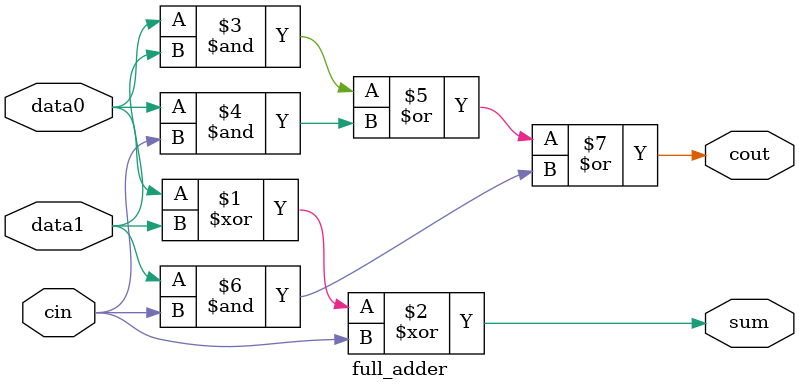
<source format=v>
module mini_ALU_16bit_SUB(
    input [15:0] data0,//减数
    input [15:0] data1, //被减数
    output [15:0] diff,
    output overflow,
    output valid
);
    wire [15:0] data1_complement;
    assign data1_complement=~data1+1'b1;

    wire [15:0] result_register;
    mini_ALU_16bit_ADD SUB(
            .data0(data0),
            .data1(data1_complement),
            .sum(result_register),
            .cout()
    );

    assign diff=(data0<data1)?(~result_register+1'b1):result_register;

    assign overflow=(data0<data1)?1'b1:1'b0;
    assign valid=(data0<data1)?1'b0:1'b1;


endmodule


module mini_ALU_16bit_ADD(
    input [15:0] data0,
    input [15:0] data1,
    output [15:0] sum,
    output cout
);
    wire [15:0] carry;


                    full_adder fa0(
                        .data0(data0[0]),
                        .data1(data1[0]),
                        .cin(1'b0),
                        .sum(sum[0]),
                        .cout(carry[0])
                    );                    
                    full_adder fa15(
                        .data0(data0[15]),
                        .data1(data1[15]),
                        .cin(carry[14]),
                        .sum(sum[15]),
                        .cout(cout)
                    );
    generate
        genvar i;
            for(i=1;i<15;i=i+1)begin:fadd_sub
                    full_adder fa(
                        .data0(data0[i]),
                        .data1(data1[i]),
                        .cin(carry[i-1]),
                        .sum(sum[i]),
                        .cout(carry[i])
                    );
                end

    endgenerate

endmodule

module full_adder( 
    input data0,
    input data1,
    input cin,
    output sum,
    output cout
);

    assign sum=data0^data1^cin;
    assign cout=(data0&data1) | (data0&cin) | (data1&cin);

endmodule
</source>
